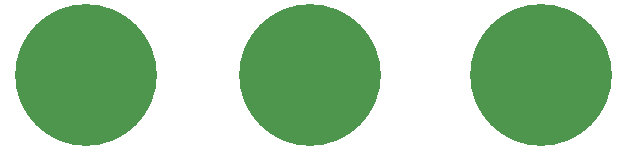
<source format=gbr>
G04 #@! TF.GenerationSoftware,KiCad,Pcbnew,5.1.0*
G04 #@! TF.CreationDate,2019-12-31T07:13:36-05:00*
G04 #@! TF.ProjectId,Capacitive_Touch_Lid,43617061-6369-4746-9976-655f546f7563,rev?*
G04 #@! TF.SameCoordinates,Original*
G04 #@! TF.FileFunction,Copper,L2,Bot*
G04 #@! TF.FilePolarity,Positive*
%FSLAX46Y46*%
G04 Gerber Fmt 4.6, Leading zero omitted, Abs format (unit mm)*
G04 Created by KiCad (PCBNEW 5.1.0) date 2019-12-31 07:13:36*
%MOMM*%
%LPD*%
G04 APERTURE LIST*
%ADD10C,12.000000*%
%ADD11C,0.800000*%
G04 APERTURE END LIST*
D10*
X92200000Y-94000000D03*
X111200000Y-94000000D03*
X130750000Y-94000000D03*
D11*
X130500000Y-99500000D03*
X93750000Y-99000000D03*
X113250000Y-99000000D03*
M02*

</source>
